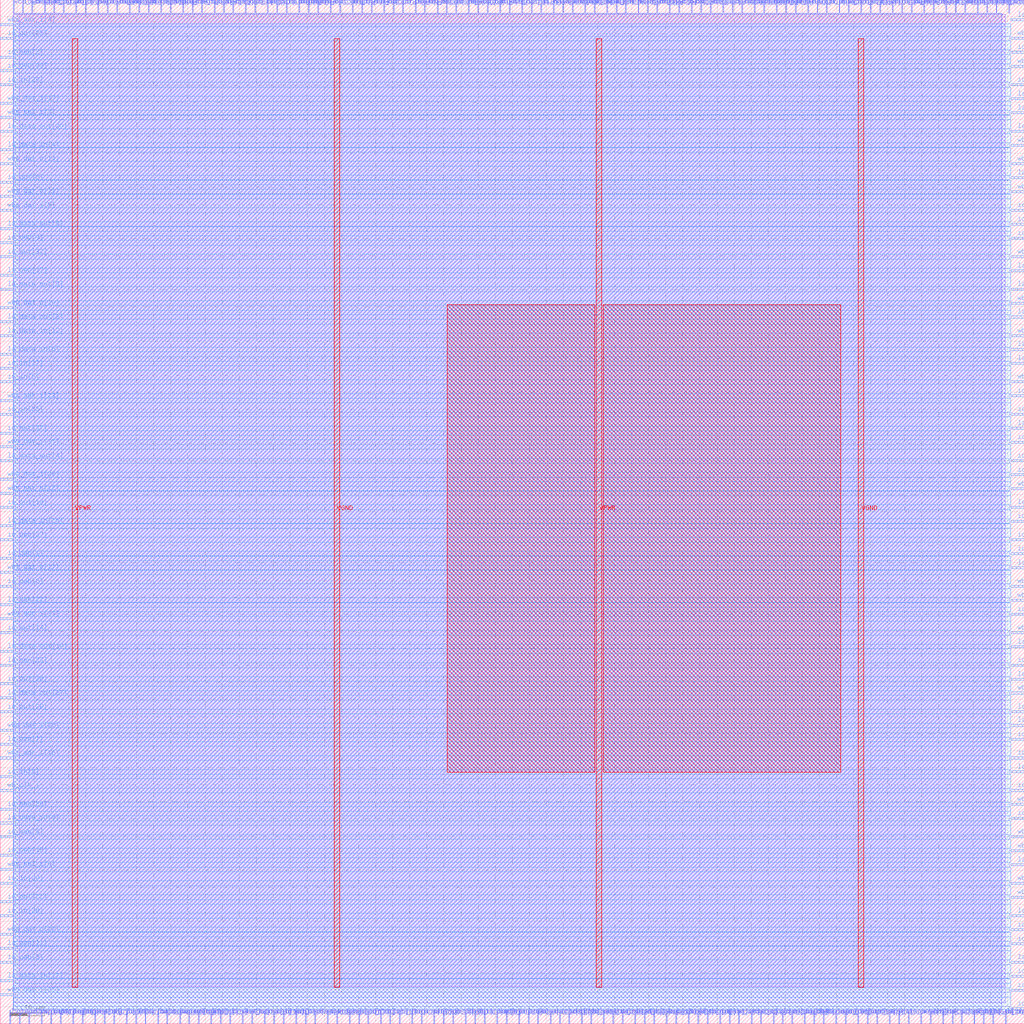
<source format=lef>
VERSION 5.7 ;
  NOWIREEXTENSIONATPIN ON ;
  DIVIDERCHAR "/" ;
  BUSBITCHARS "[]" ;
MACRO mike_project
  CLASS BLOCK ;
  FOREIGN mike_project ;
  ORIGIN 0.000 0.000 ;
  SIZE 300.000 BY 300.000 ;
  PIN active
    DIRECTION INPUT ;
    USE SIGNAL ;
    PORT
      LAYER met2 ;
        RECT 154.650 0.000 154.930 4.000 ;
    END
  END active
  PIN io_in[0]
    DIRECTION INPUT ;
    USE SIGNAL ;
    PORT
      LAYER met2 ;
        RECT 90.250 296.000 90.530 300.000 ;
    END
  END io_in[0]
  PIN io_in[10]
    DIRECTION INPUT ;
    USE SIGNAL ;
    PORT
      LAYER met2 ;
        RECT 231.930 0.000 232.210 4.000 ;
    END
  END io_in[10]
  PIN io_in[11]
    DIRECTION INPUT ;
    USE SIGNAL ;
    PORT
      LAYER met3 ;
        RECT 296.000 178.200 300.000 178.800 ;
    END
  END io_in[11]
  PIN io_in[12]
    DIRECTION INPUT ;
    USE SIGNAL ;
    PORT
      LAYER met2 ;
        RECT 294.490 0.000 294.770 4.000 ;
    END
  END io_in[12]
  PIN io_in[13]
    DIRECTION INPUT ;
    USE SIGNAL ;
    PORT
      LAYER met2 ;
        RECT 232.850 296.000 233.130 300.000 ;
    END
  END io_in[13]
  PIN io_in[14]
    DIRECTION INPUT ;
    USE SIGNAL ;
    PORT
      LAYER met2 ;
        RECT 99.450 296.000 99.730 300.000 ;
    END
  END io_in[14]
  PIN io_in[15]
    DIRECTION INPUT ;
    USE SIGNAL ;
    PORT
      LAYER met2 ;
        RECT 114.170 0.000 114.450 4.000 ;
    END
  END io_in[15]
  PIN io_in[16]
    DIRECTION INPUT ;
    USE SIGNAL ;
    PORT
      LAYER met2 ;
        RECT 83.810 296.000 84.090 300.000 ;
    END
  END io_in[16]
  PIN io_in[17]
    DIRECTION INPUT ;
    USE SIGNAL ;
    PORT
      LAYER met2 ;
        RECT 295.410 296.000 295.690 300.000 ;
    END
  END io_in[17]
  PIN io_in[18]
    DIRECTION INPUT ;
    USE SIGNAL ;
    PORT
      LAYER met2 ;
        RECT 137.170 296.000 137.450 300.000 ;
    END
  END io_in[18]
  PIN io_in[19]
    DIRECTION INPUT ;
    USE SIGNAL ;
    PORT
      LAYER met2 ;
        RECT 152.810 296.000 153.090 300.000 ;
    END
  END io_in[19]
  PIN io_in[1]
    DIRECTION INPUT ;
    USE SIGNAL ;
    PORT
      LAYER met2 ;
        RECT 39.650 0.000 39.930 4.000 ;
    END
  END io_in[1]
  PIN io_in[20]
    DIRECTION INPUT ;
    USE SIGNAL ;
    PORT
      LAYER met3 ;
        RECT 0.000 274.760 4.000 275.360 ;
    END
  END io_in[20]
  PIN io_in[21]
    DIRECTION INPUT ;
    USE SIGNAL ;
    PORT
      LAYER met2 ;
        RECT 104.970 0.000 105.250 4.000 ;
    END
  END io_in[21]
  PIN io_in[22]
    DIRECTION INPUT ;
    USE SIGNAL ;
    PORT
      LAYER met2 ;
        RECT 142.690 296.000 142.970 300.000 ;
    END
  END io_in[22]
  PIN io_in[23]
    DIRECTION INPUT ;
    USE SIGNAL ;
    PORT
      LAYER met2 ;
        RECT 252.170 296.000 252.450 300.000 ;
    END
  END io_in[23]
  PIN io_in[24]
    DIRECTION INPUT ;
    USE SIGNAL ;
    PORT
      LAYER met2 ;
        RECT 148.210 0.000 148.490 4.000 ;
    END
  END io_in[24]
  PIN io_in[25]
    DIRECTION INPUT ;
    USE SIGNAL ;
    PORT
      LAYER met2 ;
        RECT 61.730 0.000 62.010 4.000 ;
    END
  END io_in[25]
  PIN io_in[26]
    DIRECTION INPUT ;
    USE SIGNAL ;
    PORT
      LAYER met2 ;
        RECT 80.130 0.000 80.410 4.000 ;
    END
  END io_in[26]
  PIN io_in[27]
    DIRECTION INPUT ;
    USE SIGNAL ;
    PORT
      LAYER met3 ;
        RECT 0.000 191.800 4.000 192.400 ;
    END
  END io_in[27]
  PIN io_in[28]
    DIRECTION INPUT ;
    USE SIGNAL ;
    PORT
      LAYER met2 ;
        RECT 123.370 0.000 123.650 4.000 ;
    END
  END io_in[28]
  PIN io_in[29]
    DIRECTION INPUT ;
    USE SIGNAL ;
    PORT
      LAYER met3 ;
        RECT 0.000 40.840 4.000 41.440 ;
    END
  END io_in[29]
  PIN io_in[2]
    DIRECTION INPUT ;
    USE SIGNAL ;
    PORT
      LAYER met3 ;
        RECT 296.000 284.280 300.000 284.880 ;
    END
  END io_in[2]
  PIN io_in[30]
    DIRECTION INPUT ;
    USE SIGNAL ;
    PORT
      LAYER met2 ;
        RECT 121.530 296.000 121.810 300.000 ;
    END
  END io_in[30]
  PIN io_in[31]
    DIRECTION INPUT ;
    USE SIGNAL ;
    PORT
      LAYER met2 ;
        RECT 17.570 0.000 17.850 4.000 ;
    END
  END io_in[31]
  PIN io_in[32]
    DIRECTION INPUT ;
    USE SIGNAL ;
    PORT
      LAYER met2 ;
        RECT 261.370 296.000 261.650 300.000 ;
    END
  END io_in[32]
  PIN io_in[33]
    DIRECTION INPUT ;
    USE SIGNAL ;
    PORT
      LAYER met2 ;
        RECT 103.130 296.000 103.410 300.000 ;
    END
  END io_in[33]
  PIN io_in[34]
    DIRECTION INPUT ;
    USE SIGNAL ;
    PORT
      LAYER met2 ;
        RECT 256.770 0.000 257.050 4.000 ;
    END
  END io_in[34]
  PIN io_in[35]
    DIRECTION INPUT ;
    USE SIGNAL ;
    PORT
      LAYER met3 ;
        RECT 0.000 178.200 4.000 178.800 ;
    END
  END io_in[35]
  PIN io_in[36]
    DIRECTION INPUT ;
    USE SIGNAL ;
    PORT
      LAYER met3 ;
        RECT 0.000 31.320 4.000 31.920 ;
    END
  END io_in[36]
  PIN io_in[37]
    DIRECTION INPUT ;
    USE SIGNAL ;
    PORT
      LAYER met2 ;
        RECT 18.490 296.000 18.770 300.000 ;
    END
  END io_in[37]
  PIN io_in[3]
    DIRECTION INPUT ;
    USE SIGNAL ;
    PORT
      LAYER met2 ;
        RECT 207.090 0.000 207.370 4.000 ;
    END
  END io_in[3]
  PIN io_in[4]
    DIRECTION INPUT ;
    USE SIGNAL ;
    PORT
      LAYER met2 ;
        RECT 82.890 0.000 83.170 4.000 ;
    END
  END io_in[4]
  PIN io_in[5]
    DIRECTION INPUT ;
    USE SIGNAL ;
    PORT
      LAYER met3 ;
        RECT 0.000 72.120 4.000 72.720 ;
    END
  END io_in[5]
  PIN io_in[6]
    DIRECTION INPUT ;
    USE SIGNAL ;
    PORT
      LAYER met3 ;
        RECT 0.000 187.720 4.000 188.320 ;
    END
  END io_in[6]
  PIN io_in[7]
    DIRECTION INPUT ;
    USE SIGNAL ;
    PORT
      LAYER met3 ;
        RECT 296.000 146.920 300.000 147.520 ;
    END
  END io_in[7]
  PIN io_in[8]
    DIRECTION INPUT ;
    USE SIGNAL ;
    PORT
      LAYER met2 ;
        RECT 115.090 296.000 115.370 300.000 ;
    END
  END io_in[8]
  PIN io_in[9]
    DIRECTION INPUT ;
    USE SIGNAL ;
    PORT
      LAYER met2 ;
        RECT 22.170 296.000 22.450 300.000 ;
    END
  END io_in[9]
  PIN io_oeb[0]
    DIRECTION OUTPUT TRISTATE ;
    USE SIGNAL ;
    PORT
      LAYER met3 ;
        RECT 0.000 127.880 4.000 128.480 ;
    END
  END io_oeb[0]
  PIN io_oeb[10]
    DIRECTION OUTPUT TRISTATE ;
    USE SIGNAL ;
    PORT
      LAYER met2 ;
        RECT 65.410 296.000 65.690 300.000 ;
    END
  END io_oeb[10]
  PIN io_oeb[11]
    DIRECTION OUTPUT TRISTATE ;
    USE SIGNAL ;
    PORT
      LAYER met3 ;
        RECT 296.000 238.040 300.000 238.640 ;
    END
  END io_oeb[11]
  PIN io_oeb[12]
    DIRECTION OUTPUT TRISTATE ;
    USE SIGNAL ;
    PORT
      LAYER met3 ;
        RECT 296.000 104.760 300.000 105.360 ;
    END
  END io_oeb[12]
  PIN io_oeb[13]
    DIRECTION OUTPUT TRISTATE ;
    USE SIGNAL ;
    PORT
      LAYER met2 ;
        RECT 102.210 0.000 102.490 4.000 ;
    END
  END io_oeb[13]
  PIN io_oeb[14]
    DIRECTION OUTPUT TRISTATE ;
    USE SIGNAL ;
    PORT
      LAYER met2 ;
        RECT 205.250 296.000 205.530 300.000 ;
    END
  END io_oeb[14]
  PIN io_oeb[15]
    DIRECTION OUTPUT TRISTATE ;
    USE SIGNAL ;
    PORT
      LAYER met3 ;
        RECT 0.000 49.000 4.000 49.600 ;
    END
  END io_oeb[15]
  PIN io_oeb[16]
    DIRECTION OUTPUT TRISTATE ;
    USE SIGNAL ;
    PORT
      LAYER met2 ;
        RECT 71.850 296.000 72.130 300.000 ;
    END
  END io_oeb[16]
  PIN io_oeb[17]
    DIRECTION OUTPUT TRISTATE ;
    USE SIGNAL ;
    PORT
      LAYER met3 ;
        RECT 296.000 160.520 300.000 161.120 ;
    END
  END io_oeb[17]
  PIN io_oeb[18]
    DIRECTION OUTPUT TRISTATE ;
    USE SIGNAL ;
    PORT
      LAYER met2 ;
        RECT 77.370 0.000 77.650 4.000 ;
    END
  END io_oeb[18]
  PIN io_oeb[19]
    DIRECTION OUTPUT TRISTATE ;
    USE SIGNAL ;
    PORT
      LAYER met2 ;
        RECT 247.570 0.000 247.850 4.000 ;
    END
  END io_oeb[19]
  PIN io_oeb[1]
    DIRECTION OUTPUT TRISTATE ;
    USE SIGNAL ;
    PORT
      LAYER met3 ;
        RECT 0.000 136.040 4.000 136.640 ;
    END
  END io_oeb[1]
  PIN io_oeb[20]
    DIRECTION OUTPUT TRISTATE ;
    USE SIGNAL ;
    PORT
      LAYER met3 ;
        RECT 296.000 83.000 300.000 83.600 ;
    END
  END io_oeb[20]
  PIN io_oeb[21]
    DIRECTION OUTPUT TRISTATE ;
    USE SIGNAL ;
    PORT
      LAYER met2 ;
        RECT 74.610 296.000 74.890 300.000 ;
    END
  END io_oeb[21]
  PIN io_oeb[22]
    DIRECTION OUTPUT TRISTATE ;
    USE SIGNAL ;
    PORT
      LAYER met3 ;
        RECT 0.000 278.840 4.000 279.440 ;
    END
  END io_oeb[22]
  PIN io_oeb[23]
    DIRECTION OUTPUT TRISTATE ;
    USE SIGNAL ;
    PORT
      LAYER met2 ;
        RECT 129.810 0.000 130.090 4.000 ;
    END
  END io_oeb[23]
  PIN io_oeb[24]
    DIRECTION OUTPUT TRISTATE ;
    USE SIGNAL ;
    PORT
      LAYER met3 ;
        RECT 296.000 183.640 300.000 184.240 ;
    END
  END io_oeb[24]
  PIN io_oeb[25]
    DIRECTION OUTPUT TRISTATE ;
    USE SIGNAL ;
    PORT
      LAYER met3 ;
        RECT 296.000 59.880 300.000 60.480 ;
    END
  END io_oeb[25]
  PIN io_oeb[26]
    DIRECTION OUTPUT TRISTATE ;
    USE SIGNAL ;
    PORT
      LAYER met3 ;
        RECT 0.000 62.600 4.000 63.200 ;
    END
  END io_oeb[26]
  PIN io_oeb[27]
    DIRECTION OUTPUT TRISTATE ;
    USE SIGNAL ;
    PORT
      LAYER met2 ;
        RECT 117.850 296.000 118.130 300.000 ;
    END
  END io_oeb[27]
  PIN io_oeb[28]
    DIRECTION OUTPUT TRISTATE ;
    USE SIGNAL ;
    PORT
      LAYER met2 ;
        RECT 288.970 296.000 289.250 300.000 ;
    END
  END io_oeb[28]
  PIN io_oeb[29]
    DIRECTION OUTPUT TRISTATE ;
    USE SIGNAL ;
    PORT
      LAYER met3 ;
        RECT 296.000 141.480 300.000 142.080 ;
    END
  END io_oeb[29]
  PIN io_oeb[2]
    DIRECTION OUTPUT TRISTATE ;
    USE SIGNAL ;
    PORT
      LAYER met3 ;
        RECT 0.000 282.920 4.000 283.520 ;
    END
  END io_oeb[2]
  PIN io_oeb[30]
    DIRECTION OUTPUT TRISTATE ;
    USE SIGNAL ;
    PORT
      LAYER met3 ;
        RECT 296.000 13.640 300.000 14.240 ;
    END
  END io_oeb[30]
  PIN io_oeb[31]
    DIRECTION OUTPUT TRISTATE ;
    USE SIGNAL ;
    PORT
      LAYER met3 ;
        RECT 296.000 77.560 300.000 78.160 ;
    END
  END io_oeb[31]
  PIN io_oeb[32]
    DIRECTION OUTPUT TRISTATE ;
    USE SIGNAL ;
    PORT
      LAYER met2 ;
        RECT 133.490 296.000 133.770 300.000 ;
    END
  END io_oeb[32]
  PIN io_oeb[33]
    DIRECTION OUTPUT TRISTATE ;
    USE SIGNAL ;
    PORT
      LAYER met2 ;
        RECT 86.570 0.000 86.850 4.000 ;
    END
  END io_oeb[33]
  PIN io_oeb[34]
    DIRECTION OUTPUT TRISTATE ;
    USE SIGNAL ;
    PORT
      LAYER met3 ;
        RECT 296.000 4.120 300.000 4.720 ;
    END
  END io_oeb[34]
  PIN io_oeb[35]
    DIRECTION OUTPUT TRISTATE ;
    USE SIGNAL ;
    PORT
      LAYER met2 ;
        RECT 163.850 0.000 164.130 4.000 ;
    END
  END io_oeb[35]
  PIN io_oeb[36]
    DIRECTION OUTPUT TRISTATE ;
    USE SIGNAL ;
    PORT
      LAYER met2 ;
        RECT 6.530 296.000 6.810 300.000 ;
    END
  END io_oeb[36]
  PIN io_oeb[37]
    DIRECTION OUTPUT TRISTATE ;
    USE SIGNAL ;
    PORT
      LAYER met3 ;
        RECT 0.000 141.480 4.000 142.080 ;
    END
  END io_oeb[37]
  PIN io_oeb[3]
    DIRECTION OUTPUT TRISTATE ;
    USE SIGNAL ;
    PORT
      LAYER met3 ;
        RECT 0.000 17.720 4.000 18.320 ;
    END
  END io_oeb[3]
  PIN io_oeb[4]
    DIRECTION OUTPUT TRISTATE ;
    USE SIGNAL ;
    PORT
      LAYER met3 ;
        RECT 296.000 274.760 300.000 275.360 ;
    END
  END io_oeb[4]
  PIN io_oeb[5]
    DIRECTION OUTPUT TRISTATE ;
    USE SIGNAL ;
    PORT
      LAYER met3 ;
        RECT 0.000 54.440 4.000 55.040 ;
    END
  END io_oeb[5]
  PIN io_oeb[6]
    DIRECTION OUTPUT TRISTATE ;
    USE SIGNAL ;
    PORT
      LAYER met2 ;
        RECT 265.970 0.000 266.250 4.000 ;
    END
  END io_oeb[6]
  PIN io_oeb[7]
    DIRECTION OUTPUT TRISTATE ;
    USE SIGNAL ;
    PORT
      LAYER met2 ;
        RECT 43.330 296.000 43.610 300.000 ;
    END
  END io_oeb[7]
  PIN io_oeb[8]
    DIRECTION OUTPUT TRISTATE ;
    USE SIGNAL ;
    PORT
      LAYER met2 ;
        RECT 111.410 0.000 111.690 4.000 ;
    END
  END io_oeb[8]
  PIN io_oeb[9]
    DIRECTION OUTPUT TRISTATE ;
    USE SIGNAL ;
    PORT
      LAYER met3 ;
        RECT 0.000 228.520 4.000 229.120 ;
    END
  END io_oeb[9]
  PIN io_out[0]
    DIRECTION OUTPUT TRISTATE ;
    USE SIGNAL ;
    PORT
      LAYER met3 ;
        RECT 0.000 246.200 4.000 246.800 ;
    END
  END io_out[0]
  PIN io_out[10]
    DIRECTION OUTPUT TRISTATE ;
    USE SIGNAL ;
    PORT
      LAYER met2 ;
        RECT 139.010 0.000 139.290 4.000 ;
    END
  END io_out[10]
  PIN io_out[11]
    DIRECTION OUTPUT TRISTATE ;
    USE SIGNAL ;
    PORT
      LAYER met3 ;
        RECT 296.000 137.400 300.000 138.000 ;
    END
  END io_out[11]
  PIN io_out[12]
    DIRECTION OUTPUT TRISTATE ;
    USE SIGNAL ;
    PORT
      LAYER met3 ;
        RECT 296.000 164.600 300.000 165.200 ;
    END
  END io_out[12]
  PIN io_out[13]
    DIRECTION OUTPUT TRISTATE ;
    USE SIGNAL ;
    PORT
      LAYER met2 ;
        RECT 31.370 296.000 31.650 300.000 ;
    END
  END io_out[13]
  PIN io_out[14]
    DIRECTION OUTPUT TRISTATE ;
    USE SIGNAL ;
    PORT
      LAYER met3 ;
        RECT 0.000 114.280 4.000 114.880 ;
    END
  END io_out[14]
  PIN io_out[15]
    DIRECTION OUTPUT TRISTATE ;
    USE SIGNAL ;
    PORT
      LAYER met2 ;
        RECT 239.290 296.000 239.570 300.000 ;
    END
  END io_out[15]
  PIN io_out[16]
    DIRECTION OUTPUT TRISTATE ;
    USE SIGNAL ;
    PORT
      LAYER met2 ;
        RECT 8.370 0.000 8.650 4.000 ;
    END
  END io_out[16]
  PIN io_out[17]
    DIRECTION OUTPUT TRISTATE ;
    USE SIGNAL ;
    PORT
      LAYER met2 ;
        RECT 55.290 0.000 55.570 4.000 ;
    END
  END io_out[17]
  PIN io_out[18]
    DIRECTION OUTPUT TRISTATE ;
    USE SIGNAL ;
    PORT
      LAYER met3 ;
        RECT 0.000 151.000 4.000 151.600 ;
    END
  END io_out[18]
  PIN io_out[19]
    DIRECTION OUTPUT TRISTATE ;
    USE SIGNAL ;
    PORT
      LAYER met2 ;
        RECT 49.770 296.000 50.050 300.000 ;
    END
  END io_out[19]
  PIN io_out[1]
    DIRECTION OUTPUT TRISTATE ;
    USE SIGNAL ;
    PORT
      LAYER met3 ;
        RECT 296.000 27.240 300.000 27.840 ;
    END
  END io_out[1]
  PIN io_out[20]
    DIRECTION OUTPUT TRISTATE ;
    USE SIGNAL ;
    PORT
      LAYER met2 ;
        RECT 64.490 0.000 64.770 4.000 ;
    END
  END io_out[20]
  PIN io_out[21]
    DIRECTION OUTPUT TRISTATE ;
    USE SIGNAL ;
    PORT
      LAYER met2 ;
        RECT 132.570 0.000 132.850 4.000 ;
    END
  END io_out[21]
  PIN io_out[22]
    DIRECTION OUTPUT TRISTATE ;
    USE SIGNAL ;
    PORT
      LAYER met3 ;
        RECT 296.000 233.960 300.000 234.560 ;
    END
  END io_out[22]
  PIN io_out[23]
    DIRECTION OUTPUT TRISTATE ;
    USE SIGNAL ;
    PORT
      LAYER met3 ;
        RECT 0.000 288.360 4.000 288.960 ;
    END
  END io_out[23]
  PIN io_out[24]
    DIRECTION OUTPUT TRISTATE ;
    USE SIGNAL ;
    PORT
      LAYER met3 ;
        RECT 296.000 170.040 300.000 170.640 ;
    END
  END io_out[24]
  PIN io_out[25]
    DIRECTION OUTPUT TRISTATE ;
    USE SIGNAL ;
    PORT
      LAYER met2 ;
        RECT 107.730 0.000 108.010 4.000 ;
    END
  END io_out[25]
  PIN io_out[26]
    DIRECTION OUTPUT TRISTATE ;
    USE SIGNAL ;
    PORT
      LAYER met2 ;
        RECT 210.770 0.000 211.050 4.000 ;
    END
  END io_out[26]
  PIN io_out[27]
    DIRECTION OUTPUT TRISTATE ;
    USE SIGNAL ;
    PORT
      LAYER met2 ;
        RECT 120.610 0.000 120.890 4.000 ;
    END
  END io_out[27]
  PIN io_out[28]
    DIRECTION OUTPUT TRISTATE ;
    USE SIGNAL ;
    PORT
      LAYER met2 ;
        RECT 58.050 0.000 58.330 4.000 ;
    END
  END io_out[28]
  PIN io_out[29]
    DIRECTION OUTPUT TRISTATE ;
    USE SIGNAL ;
    PORT
      LAYER met3 ;
        RECT 0.000 91.160 4.000 91.760 ;
    END
  END io_out[29]
  PIN io_out[2]
    DIRECTION OUTPUT TRISTATE ;
    USE SIGNAL ;
    PORT
      LAYER met2 ;
        RECT 189.610 296.000 189.890 300.000 ;
    END
  END io_out[2]
  PIN io_out[30]
    DIRECTION OUTPUT TRISTATE ;
    USE SIGNAL ;
    PORT
      LAYER met2 ;
        RECT 173.970 296.000 174.250 300.000 ;
    END
  END io_out[30]
  PIN io_out[31]
    DIRECTION OUTPUT TRISTATE ;
    USE SIGNAL ;
    PORT
      LAYER met2 ;
        RECT 251.250 0.000 251.530 4.000 ;
    END
  END io_out[31]
  PIN io_out[32]
    DIRECTION OUTPUT TRISTATE ;
    USE SIGNAL ;
    PORT
      LAYER met3 ;
        RECT 0.000 224.440 4.000 225.040 ;
    END
  END io_out[32]
  PIN io_out[33]
    DIRECTION OUTPUT TRISTATE ;
    USE SIGNAL ;
    PORT
      LAYER met3 ;
        RECT 0.000 35.400 4.000 36.000 ;
    END
  END io_out[33]
  PIN io_out[34]
    DIRECTION OUTPUT TRISTATE ;
    USE SIGNAL ;
    PORT
      LAYER met2 ;
        RECT 155.570 296.000 155.850 300.000 ;
    END
  END io_out[34]
  PIN io_out[35]
    DIRECTION OUTPUT TRISTATE ;
    USE SIGNAL ;
    PORT
      LAYER met3 ;
        RECT 296.000 229.880 300.000 230.480 ;
    END
  END io_out[35]
  PIN io_out[36]
    DIRECTION OUTPUT TRISTATE ;
    USE SIGNAL ;
    PORT
      LAYER met3 ;
        RECT 0.000 99.320 4.000 99.920 ;
    END
  END io_out[36]
  PIN io_out[37]
    DIRECTION OUTPUT TRISTATE ;
    USE SIGNAL ;
    PORT
      LAYER met3 ;
        RECT 0.000 172.760 4.000 173.360 ;
    END
  END io_out[37]
  PIN io_out[3]
    DIRECTION OUTPUT TRISTATE ;
    USE SIGNAL ;
    PORT
      LAYER met2 ;
        RECT 105.890 296.000 106.170 300.000 ;
    END
  END io_out[3]
  PIN io_out[4]
    DIRECTION OUTPUT TRISTATE ;
    USE SIGNAL ;
    PORT
      LAYER met3 ;
        RECT 296.000 68.040 300.000 68.640 ;
    END
  END io_out[4]
  PIN io_out[5]
    DIRECTION OUTPUT TRISTATE ;
    USE SIGNAL ;
    PORT
      LAYER met3 ;
        RECT 296.000 119.720 300.000 120.320 ;
    END
  END io_out[5]
  PIN io_out[6]
    DIRECTION OUTPUT TRISTATE ;
    USE SIGNAL ;
    PORT
      LAYER met2 ;
        RECT 141.770 0.000 142.050 4.000 ;
    END
  END io_out[6]
  PIN io_out[7]
    DIRECTION OUTPUT TRISTATE ;
    USE SIGNAL ;
    PORT
      LAYER met3 ;
        RECT 296.000 23.160 300.000 23.760 ;
    END
  END io_out[7]
  PIN io_out[8]
    DIRECTION OUTPUT TRISTATE ;
    USE SIGNAL ;
    PORT
      LAYER met3 ;
        RECT 296.000 9.560 300.000 10.160 ;
    END
  END io_out[8]
  PIN io_out[9]
    DIRECTION OUTPUT TRISTATE ;
    USE SIGNAL ;
    PORT
      LAYER met2 ;
        RECT 269.650 0.000 269.930 4.000 ;
    END
  END io_out[9]
  PIN la_data_in[0]
    DIRECTION INPUT ;
    USE SIGNAL ;
    PORT
      LAYER met2 ;
        RECT 183.170 296.000 183.450 300.000 ;
    END
  END la_data_in[0]
  PIN la_data_in[10]
    DIRECTION INPUT ;
    USE SIGNAL ;
    PORT
      LAYER met2 ;
        RECT 242.050 296.000 242.330 300.000 ;
    END
  END la_data_in[10]
  PIN la_data_in[11]
    DIRECTION INPUT ;
    USE SIGNAL ;
    PORT
      LAYER met2 ;
        RECT 5.610 0.000 5.890 4.000 ;
    END
  END la_data_in[11]
  PIN la_data_in[12]
    DIRECTION INPUT ;
    USE SIGNAL ;
    PORT
      LAYER met3 ;
        RECT 0.000 201.320 4.000 201.920 ;
    END
  END la_data_in[12]
  PIN la_data_in[13]
    DIRECTION INPUT ;
    USE SIGNAL ;
    PORT
      LAYER met2 ;
        RECT 238.370 0.000 238.650 4.000 ;
    END
  END la_data_in[13]
  PIN la_data_in[14]
    DIRECTION INPUT ;
    USE SIGNAL ;
    PORT
      LAYER met3 ;
        RECT 296.000 206.760 300.000 207.360 ;
    END
  END la_data_in[14]
  PIN la_data_in[15]
    DIRECTION INPUT ;
    USE SIGNAL ;
    PORT
      LAYER met2 ;
        RECT 264.130 296.000 264.410 300.000 ;
    END
  END la_data_in[15]
  PIN la_data_in[16]
    DIRECTION INPUT ;
    USE SIGNAL ;
    PORT
      LAYER met2 ;
        RECT 130.730 296.000 131.010 300.000 ;
    END
  END la_data_in[16]
  PIN la_data_in[17]
    DIRECTION INPUT ;
    USE SIGNAL ;
    PORT
      LAYER met3 ;
        RECT 0.000 12.280 4.000 12.880 ;
    END
  END la_data_in[17]
  PIN la_data_in[18]
    DIRECTION INPUT ;
    USE SIGNAL ;
    PORT
      LAYER met2 ;
        RECT 226.410 0.000 226.690 4.000 ;
    END
  END la_data_in[18]
  PIN la_data_in[19]
    DIRECTION INPUT ;
    USE SIGNAL ;
    PORT
      LAYER met2 ;
        RECT 201.570 0.000 201.850 4.000 ;
    END
  END la_data_in[19]
  PIN la_data_in[1]
    DIRECTION INPUT ;
    USE SIGNAL ;
    PORT
      LAYER met2 ;
        RECT 12.050 0.000 12.330 4.000 ;
    END
  END la_data_in[1]
  PIN la_data_in[20]
    DIRECTION INPUT ;
    USE SIGNAL ;
    PORT
      LAYER met3 ;
        RECT 296.000 46.280 300.000 46.880 ;
    END
  END la_data_in[20]
  PIN la_data_in[21]
    DIRECTION INPUT ;
    USE SIGNAL ;
    PORT
      LAYER met3 ;
        RECT 296.000 247.560 300.000 248.160 ;
    END
  END la_data_in[21]
  PIN la_data_in[22]
    DIRECTION INPUT ;
    USE SIGNAL ;
    PORT
      LAYER met3 ;
        RECT 296.000 293.800 300.000 294.400 ;
    END
  END la_data_in[22]
  PIN la_data_in[23]
    DIRECTION INPUT ;
    USE SIGNAL ;
    PORT
      LAYER met2 ;
        RECT 290.810 0.000 291.090 4.000 ;
    END
  END la_data_in[23]
  PIN la_data_in[24]
    DIRECTION INPUT ;
    USE SIGNAL ;
    PORT
      LAYER met2 ;
        RECT 28.610 296.000 28.890 300.000 ;
    END
  END la_data_in[24]
  PIN la_data_in[25]
    DIRECTION INPUT ;
    USE SIGNAL ;
    PORT
      LAYER met2 ;
        RECT 89.330 0.000 89.610 4.000 ;
    END
  END la_data_in[25]
  PIN la_data_in[26]
    DIRECTION INPUT ;
    USE SIGNAL ;
    PORT
      LAYER met2 ;
        RECT 185.930 0.000 186.210 4.000 ;
    END
  END la_data_in[26]
  PIN la_data_in[27]
    DIRECTION INPUT ;
    USE SIGNAL ;
    PORT
      LAYER met3 ;
        RECT 296.000 91.160 300.000 91.760 ;
    END
  END la_data_in[27]
  PIN la_data_in[28]
    DIRECTION INPUT ;
    USE SIGNAL ;
    PORT
      LAYER met2 ;
        RECT 36.890 0.000 37.170 4.000 ;
    END
  END la_data_in[28]
  PIN la_data_in[29]
    DIRECTION INPUT ;
    USE SIGNAL ;
    PORT
      LAYER met3 ;
        RECT 296.000 261.160 300.000 261.760 ;
    END
  END la_data_in[29]
  PIN la_data_in[2]
    DIRECTION INPUT ;
    USE SIGNAL ;
    PORT
      LAYER met2 ;
        RECT 220.890 296.000 221.170 300.000 ;
    END
  END la_data_in[2]
  PIN la_data_in[30]
    DIRECTION INPUT ;
    USE SIGNAL ;
    PORT
      LAYER met3 ;
        RECT 0.000 145.560 4.000 146.160 ;
    END
  END la_data_in[30]
  PIN la_data_in[31]
    DIRECTION INPUT ;
    USE SIGNAL ;
    PORT
      LAYER met2 ;
        RECT 24.930 296.000 25.210 300.000 ;
    END
  END la_data_in[31]
  PIN la_data_in[3]
    DIRECTION INPUT ;
    USE SIGNAL ;
    PORT
      LAYER met2 ;
        RECT 81.050 296.000 81.330 300.000 ;
    END
  END la_data_in[3]
  PIN la_data_in[4]
    DIRECTION INPUT ;
    USE SIGNAL ;
    PORT
      LAYER met3 ;
        RECT 0.000 255.720 4.000 256.320 ;
    END
  END la_data_in[4]
  PIN la_data_in[5]
    DIRECTION INPUT ;
    USE SIGNAL ;
    PORT
      LAYER met2 ;
        RECT 257.690 296.000 257.970 300.000 ;
    END
  END la_data_in[5]
  PIN la_data_in[6]
    DIRECTION INPUT ;
    USE SIGNAL ;
    PORT
      LAYER met3 ;
        RECT 0.000 195.880 4.000 196.480 ;
    END
  END la_data_in[6]
  PIN la_data_in[7]
    DIRECTION INPUT ;
    USE SIGNAL ;
    PORT
      LAYER met2 ;
        RECT 235.610 0.000 235.890 4.000 ;
    END
  END la_data_in[7]
  PIN la_data_in[8]
    DIRECTION INPUT ;
    USE SIGNAL ;
    PORT
      LAYER met3 ;
        RECT 0.000 58.520 4.000 59.120 ;
    END
  END la_data_in[8]
  PIN la_data_in[9]
    DIRECTION INPUT ;
    USE SIGNAL ;
    PORT
      LAYER met2 ;
        RECT 145.450 0.000 145.730 4.000 ;
    END
  END la_data_in[9]
  PIN la_data_out[0]
    DIRECTION OUTPUT TRISTATE ;
    USE SIGNAL ;
    PORT
      LAYER met2 ;
        RECT 136.250 0.000 136.530 4.000 ;
    END
  END la_data_out[0]
  PIN la_data_out[10]
    DIRECTION OUTPUT TRISTATE ;
    USE SIGNAL ;
    PORT
      LAYER met2 ;
        RECT 244.810 0.000 245.090 4.000 ;
    END
  END la_data_out[10]
  PIN la_data_out[11]
    DIRECTION OUTPUT TRISTATE ;
    USE SIGNAL ;
    PORT
      LAYER met2 ;
        RECT 211.690 296.000 211.970 300.000 ;
    END
  END la_data_out[11]
  PIN la_data_out[12]
    DIRECTION OUTPUT TRISTATE ;
    USE SIGNAL ;
    PORT
      LAYER met2 ;
        RECT 42.410 0.000 42.690 4.000 ;
    END
  END la_data_out[12]
  PIN la_data_out[13]
    DIRECTION OUTPUT TRISTATE ;
    USE SIGNAL ;
    PORT
      LAYER met2 ;
        RECT 214.450 296.000 214.730 300.000 ;
    END
  END la_data_out[13]
  PIN la_data_out[14]
    DIRECTION OUTPUT TRISTATE ;
    USE SIGNAL ;
    PORT
      LAYER met2 ;
        RECT 286.210 296.000 286.490 300.000 ;
    END
  END la_data_out[14]
  PIN la_data_out[15]
    DIRECTION OUTPUT TRISTATE ;
    USE SIGNAL ;
    PORT
      LAYER met3 ;
        RECT 296.000 193.160 300.000 193.760 ;
    END
  END la_data_out[15]
  PIN la_data_out[16]
    DIRECTION OUTPUT TRISTATE ;
    USE SIGNAL ;
    PORT
      LAYER met2 ;
        RECT 158.330 296.000 158.610 300.000 ;
    END
  END la_data_out[16]
  PIN la_data_out[17]
    DIRECTION OUTPUT TRISTATE ;
    USE SIGNAL ;
    PORT
      LAYER met3 ;
        RECT 296.000 100.680 300.000 101.280 ;
    END
  END la_data_out[17]
  PIN la_data_out[18]
    DIRECTION OUTPUT TRISTATE ;
    USE SIGNAL ;
    PORT
      LAYER met2 ;
        RECT 48.850 0.000 49.130 4.000 ;
    END
  END la_data_out[18]
  PIN la_data_out[19]
    DIRECTION OUTPUT TRISTATE ;
    USE SIGNAL ;
    PORT
      LAYER met3 ;
        RECT 0.000 108.840 4.000 109.440 ;
    END
  END la_data_out[19]
  PIN la_data_out[1]
    DIRECTION OUTPUT TRISTATE ;
    USE SIGNAL ;
    PORT
      LAYER met2 ;
        RECT 40.570 296.000 40.850 300.000 ;
    END
  END la_data_out[1]
  PIN la_data_out[20]
    DIRECTION OUTPUT TRISTATE ;
    USE SIGNAL ;
    PORT
      LAYER met3 ;
        RECT 0.000 261.160 4.000 261.760 ;
    END
  END la_data_out[20]
  PIN la_data_out[21]
    DIRECTION OUTPUT TRISTATE ;
    USE SIGNAL ;
    PORT
      LAYER met2 ;
        RECT 288.050 0.000 288.330 4.000 ;
    END
  END la_data_out[21]
  PIN la_data_out[22]
    DIRECTION OUTPUT TRISTATE ;
    USE SIGNAL ;
    PORT
      LAYER met2 ;
        RECT 197.890 0.000 198.170 4.000 ;
    END
  END la_data_out[22]
  PIN la_data_out[23]
    DIRECTION OUTPUT TRISTATE ;
    USE SIGNAL ;
    PORT
      LAYER met2 ;
        RECT 162.010 296.000 162.290 300.000 ;
    END
  END la_data_out[23]
  PIN la_data_out[24]
    DIRECTION OUTPUT TRISTATE ;
    USE SIGNAL ;
    PORT
      LAYER met2 ;
        RECT 14.810 0.000 15.090 4.000 ;
    END
  END la_data_out[24]
  PIN la_data_out[25]
    DIRECTION OUTPUT TRISTATE ;
    USE SIGNAL ;
    PORT
      LAYER met3 ;
        RECT 296.000 110.200 300.000 110.800 ;
    END
  END la_data_out[25]
  PIN la_data_out[26]
    DIRECTION OUTPUT TRISTATE ;
    USE SIGNAL ;
    PORT
      LAYER met2 ;
        RECT 170.290 0.000 170.570 4.000 ;
    END
  END la_data_out[26]
  PIN la_data_out[27]
    DIRECTION OUTPUT TRISTATE ;
    USE SIGNAL ;
    PORT
      LAYER met3 ;
        RECT 0.000 95.240 4.000 95.840 ;
    END
  END la_data_out[27]
  PIN la_data_out[28]
    DIRECTION OUTPUT TRISTATE ;
    USE SIGNAL ;
    PORT
      LAYER met2 ;
        RECT 78.290 296.000 78.570 300.000 ;
    END
  END la_data_out[28]
  PIN la_data_out[29]
    DIRECTION OUTPUT TRISTATE ;
    USE SIGNAL ;
    PORT
      LAYER met2 ;
        RECT 191.450 0.000 191.730 4.000 ;
    END
  END la_data_out[29]
  PIN la_data_out[2]
    DIRECTION OUTPUT TRISTATE ;
    USE SIGNAL ;
    PORT
      LAYER met3 ;
        RECT 0.000 205.400 4.000 206.000 ;
    END
  END la_data_out[2]
  PIN la_data_out[30]
    DIRECTION OUTPUT TRISTATE ;
    USE SIGNAL ;
    PORT
      LAYER met2 ;
        RECT 116.930 0.000 117.210 4.000 ;
    END
  END la_data_out[30]
  PIN la_data_out[31]
    DIRECTION OUTPUT TRISTATE ;
    USE SIGNAL ;
    PORT
      LAYER met3 ;
        RECT 296.000 31.320 300.000 31.920 ;
    END
  END la_data_out[31]
  PIN la_data_out[3]
    DIRECTION OUTPUT TRISTATE ;
    USE SIGNAL ;
    PORT
      LAYER met2 ;
        RECT 223.650 296.000 223.930 300.000 ;
    END
  END la_data_out[3]
  PIN la_data_out[4]
    DIRECTION OUTPUT TRISTATE ;
    USE SIGNAL ;
    PORT
      LAYER met3 ;
        RECT 0.000 164.600 4.000 165.200 ;
    END
  END la_data_out[4]
  PIN la_data_out[5]
    DIRECTION OUTPUT TRISTATE ;
    USE SIGNAL ;
    PORT
      LAYER met3 ;
        RECT 0.000 232.600 4.000 233.200 ;
    END
  END la_data_out[5]
  PIN la_data_out[6]
    DIRECTION OUTPUT TRISTATE ;
    USE SIGNAL ;
    PORT
      LAYER met2 ;
        RECT 46.090 0.000 46.370 4.000 ;
    END
  END la_data_out[6]
  PIN la_data_out[7]
    DIRECTION OUTPUT TRISTATE ;
    USE SIGNAL ;
    PORT
      LAYER met2 ;
        RECT 21.250 0.000 21.530 4.000 ;
    END
  END la_data_out[7]
  PIN la_data_out[8]
    DIRECTION OUTPUT TRISTATE ;
    USE SIGNAL ;
    PORT
      LAYER met3 ;
        RECT 0.000 214.920 4.000 215.520 ;
    END
  END la_data_out[8]
  PIN la_data_out[9]
    DIRECTION OUTPUT TRISTATE ;
    USE SIGNAL ;
    PORT
      LAYER met2 ;
        RECT 279.770 296.000 280.050 300.000 ;
    END
  END la_data_out[9]
  PIN la_oen[0]
    DIRECTION INPUT ;
    USE SIGNAL ;
    PORT
      LAYER met2 ;
        RECT 196.050 296.000 196.330 300.000 ;
    END
  END la_oen[0]
  PIN la_oen[10]
    DIRECTION INPUT ;
    USE SIGNAL ;
    PORT
      LAYER met2 ;
        RECT 171.210 296.000 171.490 300.000 ;
    END
  END la_oen[10]
  PIN la_oen[11]
    DIRECTION INPUT ;
    USE SIGNAL ;
    PORT
      LAYER met3 ;
        RECT 296.000 133.320 300.000 133.920 ;
    END
  END la_oen[11]
  PIN la_oen[12]
    DIRECTION INPUT ;
    USE SIGNAL ;
    PORT
      LAYER met2 ;
        RECT 180.410 296.000 180.690 300.000 ;
    END
  END la_oen[12]
  PIN la_oen[13]
    DIRECTION INPUT ;
    USE SIGNAL ;
    PORT
      LAYER met2 ;
        RECT 173.050 0.000 173.330 4.000 ;
    END
  END la_oen[13]
  PIN la_oen[14]
    DIRECTION INPUT ;
    USE SIGNAL ;
    PORT
      LAYER met3 ;
        RECT 296.000 214.920 300.000 215.520 ;
    END
  END la_oen[14]
  PIN la_oen[15]
    DIRECTION INPUT ;
    USE SIGNAL ;
    PORT
      LAYER met3 ;
        RECT 296.000 17.720 300.000 18.320 ;
    END
  END la_oen[15]
  PIN la_oen[16]
    DIRECTION INPUT ;
    USE SIGNAL ;
    PORT
      LAYER met2 ;
        RECT 2.850 0.000 3.130 4.000 ;
    END
  END la_oen[16]
  PIN la_oen[17]
    DIRECTION INPUT ;
    USE SIGNAL ;
    PORT
      LAYER met3 ;
        RECT 0.000 219.000 4.000 219.600 ;
    END
  END la_oen[17]
  PIN la_oen[18]
    DIRECTION INPUT ;
    USE SIGNAL ;
    PORT
      LAYER met2 ;
        RECT 67.250 0.000 67.530 4.000 ;
    END
  END la_oen[18]
  PIN la_oen[19]
    DIRECTION INPUT ;
    USE SIGNAL ;
    PORT
      LAYER met2 ;
        RECT 33.210 0.000 33.490 4.000 ;
    END
  END la_oen[19]
  PIN la_oen[1]
    DIRECTION INPUT ;
    USE SIGNAL ;
    PORT
      LAYER met2 ;
        RECT 47.010 296.000 47.290 300.000 ;
    END
  END la_oen[1]
  PIN la_oen[20]
    DIRECTION INPUT ;
    USE SIGNAL ;
    PORT
      LAYER met3 ;
        RECT 296.000 73.480 300.000 74.080 ;
    END
  END la_oen[20]
  PIN la_oen[21]
    DIRECTION INPUT ;
    USE SIGNAL ;
    PORT
      LAYER met3 ;
        RECT 0.000 21.800 4.000 22.400 ;
    END
  END la_oen[21]
  PIN la_oen[22]
    DIRECTION INPUT ;
    USE SIGNAL ;
    PORT
      LAYER met3 ;
        RECT 0.000 122.440 4.000 123.040 ;
    END
  END la_oen[22]
  PIN la_oen[23]
    DIRECTION INPUT ;
    USE SIGNAL ;
    PORT
      LAYER met3 ;
        RECT 0.000 104.760 4.000 105.360 ;
    END
  END la_oen[23]
  PIN la_oen[24]
    DIRECTION INPUT ;
    USE SIGNAL ;
    PORT
      LAYER met3 ;
        RECT 296.000 266.600 300.000 267.200 ;
    END
  END la_oen[24]
  PIN la_oen[25]
    DIRECTION INPUT ;
    USE SIGNAL ;
    PORT
      LAYER met2 ;
        RECT 266.890 296.000 267.170 300.000 ;
    END
  END la_oen[25]
  PIN la_oen[26]
    DIRECTION INPUT ;
    USE SIGNAL ;
    PORT
      LAYER met3 ;
        RECT 296.000 151.000 300.000 151.600 ;
    END
  END la_oen[26]
  PIN la_oen[27]
    DIRECTION INPUT ;
    USE SIGNAL ;
    PORT
      LAYER met2 ;
        RECT 146.370 296.000 146.650 300.000 ;
    END
  END la_oen[27]
  PIN la_oen[28]
    DIRECTION INPUT ;
    USE SIGNAL ;
    PORT
      LAYER met2 ;
        RECT 24.010 0.000 24.290 4.000 ;
    END
  END la_oen[28]
  PIN la_oen[29]
    DIRECTION INPUT ;
    USE SIGNAL ;
    PORT
      LAYER met2 ;
        RECT 230.090 296.000 230.370 300.000 ;
    END
  END la_oen[29]
  PIN la_oen[2]
    DIRECTION INPUT ;
    USE SIGNAL ;
    PORT
      LAYER met3 ;
        RECT 296.000 174.120 300.000 174.720 ;
    END
  END la_oen[2]
  PIN la_oen[30]
    DIRECTION INPUT ;
    USE SIGNAL ;
    PORT
      LAYER met3 ;
        RECT 296.000 270.680 300.000 271.280 ;
    END
  END la_oen[30]
  PIN la_oen[31]
    DIRECTION INPUT ;
    USE SIGNAL ;
    PORT
      LAYER met3 ;
        RECT 296.000 197.240 300.000 197.840 ;
    END
  END la_oen[31]
  PIN la_oen[3]
    DIRECTION INPUT ;
    USE SIGNAL ;
    PORT
      LAYER met3 ;
        RECT 296.000 87.080 300.000 87.680 ;
    END
  END la_oen[3]
  PIN la_oen[4]
    DIRECTION INPUT ;
    USE SIGNAL ;
    PORT
      LAYER met2 ;
        RECT 87.490 296.000 87.770 300.000 ;
    END
  END la_oen[4]
  PIN la_oen[5]
    DIRECTION INPUT ;
    USE SIGNAL ;
    PORT
      LAYER met2 ;
        RECT 62.650 296.000 62.930 300.000 ;
    END
  END la_oen[5]
  PIN la_oen[6]
    DIRECTION INPUT ;
    USE SIGNAL ;
    PORT
      LAYER met2 ;
        RECT 53.450 296.000 53.730 300.000 ;
    END
  END la_oen[6]
  PIN la_oen[7]
    DIRECTION INPUT ;
    USE SIGNAL ;
    PORT
      LAYER met3 ;
        RECT 0.000 81.640 4.000 82.240 ;
    END
  END la_oen[7]
  PIN la_oen[8]
    DIRECTION INPUT ;
    USE SIGNAL ;
    PORT
      LAYER met2 ;
        RECT 254.010 0.000 254.290 4.000 ;
    END
  END la_oen[8]
  PIN la_oen[9]
    DIRECTION INPUT ;
    USE SIGNAL ;
    PORT
      LAYER met3 ;
        RECT 296.000 220.360 300.000 220.960 ;
    END
  END la_oen[9]
  PIN wb_clk_i
    DIRECTION INPUT ;
    USE SIGNAL ;
    PORT
      LAYER met3 ;
        RECT 0.000 68.040 4.000 68.640 ;
    END
  END wb_clk_i
  PIN wb_rst_i
    DIRECTION INPUT ;
    USE SIGNAL ;
    PORT
      LAYER met2 ;
        RECT 204.330 0.000 204.610 4.000 ;
    END
  END wb_rst_i
  PIN wbs_ack_o
    DIRECTION OUTPUT TRISTATE ;
    USE SIGNAL ;
    PORT
      LAYER met2 ;
        RECT 260.450 0.000 260.730 4.000 ;
    END
  END wbs_ack_o
  PIN wbs_adr_i[0]
    DIRECTION INPUT ;
    USE SIGNAL ;
    PORT
      LAYER met2 ;
        RECT 213.530 0.000 213.810 4.000 ;
    END
  END wbs_adr_i[0]
  PIN wbs_adr_i[10]
    DIRECTION INPUT ;
    USE SIGNAL ;
    PORT
      LAYER met2 ;
        RECT 112.330 296.000 112.610 300.000 ;
    END
  END wbs_adr_i[10]
  PIN wbs_adr_i[11]
    DIRECTION INPUT ;
    USE SIGNAL ;
    PORT
      LAYER met2 ;
        RECT 208.010 296.000 208.290 300.000 ;
    END
  END wbs_adr_i[11]
  PIN wbs_adr_i[12]
    DIRECTION INPUT ;
    USE SIGNAL ;
    PORT
      LAYER met3 ;
        RECT 296.000 257.080 300.000 257.680 ;
    END
  END wbs_adr_i[12]
  PIN wbs_adr_i[13]
    DIRECTION INPUT ;
    USE SIGNAL ;
    PORT
      LAYER met3 ;
        RECT 296.000 288.360 300.000 288.960 ;
    END
  END wbs_adr_i[13]
  PIN wbs_adr_i[14]
    DIRECTION INPUT ;
    USE SIGNAL ;
    PORT
      LAYER met2 ;
        RECT 9.290 296.000 9.570 300.000 ;
    END
  END wbs_adr_i[14]
  PIN wbs_adr_i[15]
    DIRECTION INPUT ;
    USE SIGNAL ;
    PORT
      LAYER met3 ;
        RECT 296.000 210.840 300.000 211.440 ;
    END
  END wbs_adr_i[15]
  PIN wbs_adr_i[16]
    DIRECTION INPUT ;
    USE SIGNAL ;
    PORT
      LAYER met2 ;
        RECT 254.930 296.000 255.210 300.000 ;
    END
  END wbs_adr_i[16]
  PIN wbs_adr_i[17]
    DIRECTION INPUT ;
    USE SIGNAL ;
    PORT
      LAYER met3 ;
        RECT 0.000 118.360 4.000 118.960 ;
    END
  END wbs_adr_i[17]
  PIN wbs_adr_i[18]
    DIRECTION INPUT ;
    USE SIGNAL ;
    PORT
      LAYER met3 ;
        RECT 0.000 77.560 4.000 78.160 ;
    END
  END wbs_adr_i[18]
  PIN wbs_adr_i[19]
    DIRECTION INPUT ;
    USE SIGNAL ;
    PORT
      LAYER met2 ;
        RECT 27.690 0.000 27.970 4.000 ;
    END
  END wbs_adr_i[19]
  PIN wbs_adr_i[1]
    DIRECTION INPUT ;
    USE SIGNAL ;
    PORT
      LAYER met3 ;
        RECT 296.000 36.760 300.000 37.360 ;
    END
  END wbs_adr_i[1]
  PIN wbs_adr_i[20]
    DIRECTION INPUT ;
    USE SIGNAL ;
    PORT
      LAYER met3 ;
        RECT 296.000 243.480 300.000 244.080 ;
    END
  END wbs_adr_i[20]
  PIN wbs_adr_i[21]
    DIRECTION INPUT ;
    USE SIGNAL ;
    PORT
      LAYER met2 ;
        RECT 186.850 296.000 187.130 300.000 ;
    END
  END wbs_adr_i[21]
  PIN wbs_adr_i[22]
    DIRECTION INPUT ;
    USE SIGNAL ;
    PORT
      LAYER met3 ;
        RECT 296.000 201.320 300.000 201.920 ;
    END
  END wbs_adr_i[22]
  PIN wbs_adr_i[23]
    DIRECTION INPUT ;
    USE SIGNAL ;
    PORT
      LAYER met3 ;
        RECT 0.000 182.280 4.000 182.880 ;
    END
  END wbs_adr_i[23]
  PIN wbs_adr_i[24]
    DIRECTION INPUT ;
    USE SIGNAL ;
    PORT
      LAYER met2 ;
        RECT 273.330 296.000 273.610 300.000 ;
    END
  END wbs_adr_i[24]
  PIN wbs_adr_i[25]
    DIRECTION INPUT ;
    USE SIGNAL ;
    PORT
      LAYER met2 ;
        RECT 177.650 296.000 177.930 300.000 ;
    END
  END wbs_adr_i[25]
  PIN wbs_adr_i[26]
    DIRECTION INPUT ;
    USE SIGNAL ;
    PORT
      LAYER met3 ;
        RECT 296.000 224.440 300.000 225.040 ;
    END
  END wbs_adr_i[26]
  PIN wbs_adr_i[27]
    DIRECTION INPUT ;
    USE SIGNAL ;
    PORT
      LAYER met3 ;
        RECT 296.000 280.200 300.000 280.800 ;
    END
  END wbs_adr_i[27]
  PIN wbs_adr_i[28]
    DIRECTION INPUT ;
    USE SIGNAL ;
    PORT
      LAYER met2 ;
        RECT 92.090 0.000 92.370 4.000 ;
    END
  END wbs_adr_i[28]
  PIN wbs_adr_i[29]
    DIRECTION INPUT ;
    USE SIGNAL ;
    PORT
      LAYER met2 ;
        RECT 219.970 0.000 220.250 4.000 ;
    END
  END wbs_adr_i[29]
  PIN wbs_adr_i[2]
    DIRECTION INPUT ;
    USE SIGNAL ;
    PORT
      LAYER met2 ;
        RECT 3.770 296.000 4.050 300.000 ;
    END
  END wbs_adr_i[2]
  PIN wbs_adr_i[30]
    DIRECTION INPUT ;
    USE SIGNAL ;
    PORT
      LAYER met2 ;
        RECT 164.770 296.000 165.050 300.000 ;
    END
  END wbs_adr_i[30]
  PIN wbs_adr_i[31]
    DIRECTION INPUT ;
    USE SIGNAL ;
    PORT
      LAYER met2 ;
        RECT 127.050 0.000 127.330 4.000 ;
    END
  END wbs_adr_i[31]
  PIN wbs_adr_i[3]
    DIRECTION INPUT ;
    USE SIGNAL ;
    PORT
      LAYER met3 ;
        RECT 296.000 127.880 300.000 128.480 ;
    END
  END wbs_adr_i[3]
  PIN wbs_adr_i[4]
    DIRECTION INPUT ;
    USE SIGNAL ;
    PORT
      LAYER met3 ;
        RECT 0.000 292.440 4.000 293.040 ;
    END
  END wbs_adr_i[4]
  PIN wbs_adr_i[5]
    DIRECTION INPUT ;
    USE SIGNAL ;
    PORT
      LAYER met2 ;
        RECT 98.530 0.000 98.810 4.000 ;
    END
  END wbs_adr_i[5]
  PIN wbs_adr_i[6]
    DIRECTION INPUT ;
    USE SIGNAL ;
    PORT
      LAYER met2 ;
        RECT 263.210 0.000 263.490 4.000 ;
    END
  END wbs_adr_i[6]
  PIN wbs_adr_i[7]
    DIRECTION INPUT ;
    USE SIGNAL ;
    PORT
      LAYER met2 ;
        RECT 291.730 296.000 292.010 300.000 ;
    END
  END wbs_adr_i[7]
  PIN wbs_adr_i[8]
    DIRECTION INPUT ;
    USE SIGNAL ;
    PORT
      LAYER met2 ;
        RECT 236.530 296.000 236.810 300.000 ;
    END
  END wbs_adr_i[8]
  PIN wbs_adr_i[9]
    DIRECTION INPUT ;
    USE SIGNAL ;
    PORT
      LAYER met2 ;
        RECT 70.930 0.000 71.210 4.000 ;
    END
  END wbs_adr_i[9]
  PIN wbs_cyc_i
    DIRECTION INPUT ;
    USE SIGNAL ;
    PORT
      LAYER met2 ;
        RECT 30.450 0.000 30.730 4.000 ;
    END
  END wbs_cyc_i
  PIN wbs_dat_i[0]
    DIRECTION INPUT ;
    USE SIGNAL ;
    PORT
      LAYER met2 ;
        RECT 56.210 296.000 56.490 300.000 ;
    END
  END wbs_dat_i[0]
  PIN wbs_dat_i[10]
    DIRECTION INPUT ;
    USE SIGNAL ;
    PORT
      LAYER met2 ;
        RECT 73.690 0.000 73.970 4.000 ;
    END
  END wbs_dat_i[10]
  PIN wbs_dat_i[11]
    DIRECTION INPUT ;
    USE SIGNAL ;
    PORT
      LAYER met2 ;
        RECT 176.730 0.000 177.010 4.000 ;
    END
  END wbs_dat_i[11]
  PIN wbs_dat_i[12]
    DIRECTION INPUT ;
    USE SIGNAL ;
    PORT
      LAYER met2 ;
        RECT 270.570 296.000 270.850 300.000 ;
    END
  END wbs_dat_i[12]
  PIN wbs_dat_i[13]
    DIRECTION INPUT ;
    USE SIGNAL ;
    PORT
      LAYER met3 ;
        RECT 296.000 114.280 300.000 114.880 ;
    END
  END wbs_dat_i[13]
  PIN wbs_dat_i[14]
    DIRECTION INPUT ;
    USE SIGNAL ;
    PORT
      LAYER met2 ;
        RECT 276.090 0.000 276.370 4.000 ;
    END
  END wbs_dat_i[14]
  PIN wbs_dat_i[15]
    DIRECTION INPUT ;
    USE SIGNAL ;
    PORT
      LAYER met3 ;
        RECT 0.000 168.680 4.000 169.280 ;
    END
  END wbs_dat_i[15]
  PIN wbs_dat_i[16]
    DIRECTION INPUT ;
    USE SIGNAL ;
    PORT
      LAYER met2 ;
        RECT 285.290 0.000 285.570 4.000 ;
    END
  END wbs_dat_i[16]
  PIN wbs_dat_i[17]
    DIRECTION INPUT ;
    USE SIGNAL ;
    PORT
      LAYER met3 ;
        RECT 0.000 269.320 4.000 269.920 ;
    END
  END wbs_dat_i[17]
  PIN wbs_dat_i[18]
    DIRECTION INPUT ;
    USE SIGNAL ;
    PORT
      LAYER met3 ;
        RECT 296.000 54.440 300.000 55.040 ;
    END
  END wbs_dat_i[18]
  PIN wbs_dat_i[19]
    DIRECTION INPUT ;
    USE SIGNAL ;
    PORT
      LAYER met2 ;
        RECT 161.090 0.000 161.370 4.000 ;
    END
  END wbs_dat_i[19]
  PIN wbs_dat_i[1]
    DIRECTION INPUT ;
    USE SIGNAL ;
    PORT
      LAYER met2 ;
        RECT 277.010 296.000 277.290 300.000 ;
    END
  END wbs_dat_i[1]
  PIN wbs_dat_i[20]
    DIRECTION INPUT ;
    USE SIGNAL ;
    PORT
      LAYER met3 ;
        RECT 0.000 85.720 4.000 86.320 ;
    END
  END wbs_dat_i[20]
  PIN wbs_dat_i[21]
    DIRECTION INPUT ;
    USE SIGNAL ;
    PORT
      LAYER met3 ;
        RECT 296.000 123.800 300.000 124.400 ;
    END
  END wbs_dat_i[21]
  PIN wbs_dat_i[22]
    DIRECTION INPUT ;
    USE SIGNAL ;
    PORT
      LAYER met2 ;
        RECT 108.650 296.000 108.930 300.000 ;
    END
  END wbs_dat_i[22]
  PIN wbs_dat_i[23]
    DIRECTION INPUT ;
    USE SIGNAL ;
    PORT
      LAYER met2 ;
        RECT 58.970 296.000 59.250 300.000 ;
    END
  END wbs_dat_i[23]
  PIN wbs_dat_i[24]
    DIRECTION INPUT ;
    USE SIGNAL ;
    PORT
      LAYER met3 ;
        RECT 0.000 159.160 4.000 159.760 ;
    END
  END wbs_dat_i[24]
  PIN wbs_dat_i[25]
    DIRECTION INPUT ;
    USE SIGNAL ;
    PORT
      LAYER met3 ;
        RECT 0.000 8.200 4.000 8.800 ;
    END
  END wbs_dat_i[25]
  PIN wbs_dat_i[26]
    DIRECTION INPUT ;
    USE SIGNAL ;
    PORT
      LAYER met2 ;
        RECT 37.810 296.000 38.090 300.000 ;
    END
  END wbs_dat_i[26]
  PIN wbs_dat_i[27]
    DIRECTION INPUT ;
    USE SIGNAL ;
    PORT
      LAYER met3 ;
        RECT 296.000 96.600 300.000 97.200 ;
    END
  END wbs_dat_i[27]
  PIN wbs_dat_i[28]
    DIRECTION INPUT ;
    USE SIGNAL ;
    PORT
      LAYER met2 ;
        RECT 229.170 0.000 229.450 4.000 ;
    END
  END wbs_dat_i[28]
  PIN wbs_dat_i[29]
    DIRECTION INPUT ;
    USE SIGNAL ;
    PORT
      LAYER met2 ;
        RECT 179.490 0.000 179.770 4.000 ;
    END
  END wbs_dat_i[29]
  PIN wbs_dat_i[2]
    DIRECTION INPUT ;
    USE SIGNAL ;
    PORT
      LAYER met2 ;
        RECT 127.970 296.000 128.250 300.000 ;
    END
  END wbs_dat_i[2]
  PIN wbs_dat_i[30]
    DIRECTION INPUT ;
    USE SIGNAL ;
    PORT
      LAYER met2 ;
        RECT 167.530 296.000 167.810 300.000 ;
    END
  END wbs_dat_i[30]
  PIN wbs_dat_i[31]
    DIRECTION INPUT ;
    USE SIGNAL ;
    PORT
      LAYER met2 ;
        RECT 272.410 0.000 272.690 4.000 ;
    END
  END wbs_dat_i[31]
  PIN wbs_dat_i[3]
    DIRECTION INPUT ;
    USE SIGNAL ;
    PORT
      LAYER met3 ;
        RECT 296.000 251.640 300.000 252.240 ;
    END
  END wbs_dat_i[3]
  PIN wbs_dat_i[4]
    DIRECTION INPUT ;
    USE SIGNAL ;
    PORT
      LAYER met2 ;
        RECT 52.530 0.000 52.810 4.000 ;
    END
  END wbs_dat_i[4]
  PIN wbs_dat_i[5]
    DIRECTION INPUT ;
    USE SIGNAL ;
    PORT
      LAYER met2 ;
        RECT 241.130 0.000 241.410 4.000 ;
    END
  END wbs_dat_i[5]
  PIN wbs_dat_i[6]
    DIRECTION INPUT ;
    USE SIGNAL ;
    PORT
      LAYER met2 ;
        RECT 68.170 296.000 68.450 300.000 ;
    END
  END wbs_dat_i[6]
  PIN wbs_dat_i[7]
    DIRECTION INPUT ;
    USE SIGNAL ;
    PORT
      LAYER met2 ;
        RECT 216.290 0.000 216.570 4.000 ;
    END
  END wbs_dat_i[7]
  PIN wbs_dat_i[8]
    DIRECTION INPUT ;
    USE SIGNAL ;
    PORT
      LAYER met2 ;
        RECT 282.530 296.000 282.810 300.000 ;
    END
  END wbs_dat_i[8]
  PIN wbs_dat_i[9]
    DIRECTION INPUT ;
    USE SIGNAL ;
    PORT
      LAYER met3 ;
        RECT 0.000 238.040 4.000 238.640 ;
    END
  END wbs_dat_i[9]
  PIN wbs_dat_o[0]
    DIRECTION OUTPUT TRISTATE ;
    USE SIGNAL ;
    PORT
      LAYER met3 ;
        RECT 296.000 156.440 300.000 157.040 ;
    END
  END wbs_dat_o[0]
  PIN wbs_dat_o[10]
    DIRECTION OUTPUT TRISTATE ;
    USE SIGNAL ;
    PORT
      LAYER met3 ;
        RECT 0.000 209.480 4.000 210.080 ;
    END
  END wbs_dat_o[10]
  PIN wbs_dat_o[11]
    DIRECTION OUTPUT TRISTATE ;
    USE SIGNAL ;
    PORT
      LAYER met3 ;
        RECT 296.000 40.840 300.000 41.440 ;
    END
  END wbs_dat_o[11]
  PIN wbs_dat_o[12]
    DIRECTION OUTPUT TRISTATE ;
    USE SIGNAL ;
    PORT
      LAYER met3 ;
        RECT 0.000 155.080 4.000 155.680 ;
    END
  END wbs_dat_o[12]
  PIN wbs_dat_o[13]
    DIRECTION OUTPUT TRISTATE ;
    USE SIGNAL ;
    PORT
      LAYER met2 ;
        RECT 248.490 296.000 248.770 300.000 ;
    END
  END wbs_dat_o[13]
  PIN wbs_dat_o[14]
    DIRECTION OUTPUT TRISTATE ;
    USE SIGNAL ;
    PORT
      LAYER met3 ;
        RECT 0.000 251.640 4.000 252.240 ;
    END
  END wbs_dat_o[14]
  PIN wbs_dat_o[15]
    DIRECTION OUTPUT TRISTATE ;
    USE SIGNAL ;
    PORT
      LAYER met2 ;
        RECT 124.290 296.000 124.570 300.000 ;
    END
  END wbs_dat_o[15]
  PIN wbs_dat_o[16]
    DIRECTION OUTPUT TRISTATE ;
    USE SIGNAL ;
    PORT
      LAYER met2 ;
        RECT 188.690 0.000 188.970 4.000 ;
    END
  END wbs_dat_o[16]
  PIN wbs_dat_o[17]
    DIRECTION OUTPUT TRISTATE ;
    USE SIGNAL ;
    PORT
      LAYER met3 ;
        RECT 0.000 131.960 4.000 132.560 ;
    END
  END wbs_dat_o[17]
  PIN wbs_dat_o[18]
    DIRECTION OUTPUT TRISTATE ;
    USE SIGNAL ;
    PORT
      LAYER met2 ;
        RECT 15.730 296.000 16.010 300.000 ;
    END
  END wbs_dat_o[18]
  PIN wbs_dat_o[19]
    DIRECTION OUTPUT TRISTATE ;
    USE SIGNAL ;
    PORT
      LAYER met2 ;
        RECT 217.210 296.000 217.490 300.000 ;
    END
  END wbs_dat_o[19]
  PIN wbs_dat_o[1]
    DIRECTION OUTPUT TRISTATE ;
    USE SIGNAL ;
    PORT
      LAYER met2 ;
        RECT 93.010 296.000 93.290 300.000 ;
    END
  END wbs_dat_o[1]
  PIN wbs_dat_o[20]
    DIRECTION OUTPUT TRISTATE ;
    USE SIGNAL ;
    PORT
      LAYER met2 ;
        RECT 95.770 0.000 96.050 4.000 ;
    END
  END wbs_dat_o[20]
  PIN wbs_dat_o[21]
    DIRECTION OUTPUT TRISTATE ;
    USE SIGNAL ;
    PORT
      LAYER met2 ;
        RECT 96.690 296.000 96.970 300.000 ;
    END
  END wbs_dat_o[21]
  PIN wbs_dat_o[22]
    DIRECTION OUTPUT TRISTATE ;
    USE SIGNAL ;
    PORT
      LAYER met3 ;
        RECT 0.000 25.880 4.000 26.480 ;
    END
  END wbs_dat_o[22]
  PIN wbs_dat_o[23]
    DIRECTION OUTPUT TRISTATE ;
    USE SIGNAL ;
    PORT
      LAYER met3 ;
        RECT 296.000 50.360 300.000 50.960 ;
    END
  END wbs_dat_o[23]
  PIN wbs_dat_o[24]
    DIRECTION OUTPUT TRISTATE ;
    USE SIGNAL ;
    PORT
      LAYER met2 ;
        RECT 151.890 0.000 152.170 4.000 ;
    END
  END wbs_dat_o[24]
  PIN wbs_dat_o[25]
    DIRECTION OUTPUT TRISTATE ;
    USE SIGNAL ;
    PORT
      LAYER met2 ;
        RECT 245.730 296.000 246.010 300.000 ;
    END
  END wbs_dat_o[25]
  PIN wbs_dat_o[26]
    DIRECTION OUTPUT TRISTATE ;
    USE SIGNAL ;
    PORT
      LAYER met2 ;
        RECT 149.130 296.000 149.410 300.000 ;
    END
  END wbs_dat_o[26]
  PIN wbs_dat_o[27]
    DIRECTION OUTPUT TRISTATE ;
    USE SIGNAL ;
    PORT
      LAYER met2 ;
        RECT 192.370 296.000 192.650 300.000 ;
    END
  END wbs_dat_o[27]
  PIN wbs_dat_o[28]
    DIRECTION OUTPUT TRISTATE ;
    USE SIGNAL ;
    PORT
      LAYER met2 ;
        RECT 281.610 0.000 281.890 4.000 ;
    END
  END wbs_dat_o[28]
  PIN wbs_dat_o[29]
    DIRECTION OUTPUT TRISTATE ;
    USE SIGNAL ;
    PORT
      LAYER met3 ;
        RECT 0.000 242.120 4.000 242.720 ;
    END
  END wbs_dat_o[29]
  PIN wbs_dat_o[2]
    DIRECTION OUTPUT TRISTATE ;
    USE SIGNAL ;
    PORT
      LAYER met3 ;
        RECT 296.000 187.720 300.000 188.320 ;
    END
  END wbs_dat_o[2]
  PIN wbs_dat_o[30]
    DIRECTION OUTPUT TRISTATE ;
    USE SIGNAL ;
    PORT
      LAYER met2 ;
        RECT 195.130 0.000 195.410 4.000 ;
    END
  END wbs_dat_o[30]
  PIN wbs_dat_o[31]
    DIRECTION OUTPUT TRISTATE ;
    USE SIGNAL ;
    PORT
      LAYER met2 ;
        RECT 222.730 0.000 223.010 4.000 ;
    END
  END wbs_dat_o[31]
  PIN wbs_dat_o[3]
    DIRECTION OUTPUT TRISTATE ;
    USE SIGNAL ;
    PORT
      LAYER met2 ;
        RECT 198.810 296.000 199.090 300.000 ;
    END
  END wbs_dat_o[3]
  PIN wbs_dat_o[4]
    DIRECTION OUTPUT TRISTATE ;
    USE SIGNAL ;
    PORT
      LAYER met2 ;
        RECT 34.130 296.000 34.410 300.000 ;
    END
  END wbs_dat_o[4]
  PIN wbs_dat_o[5]
    DIRECTION OUTPUT TRISTATE ;
    USE SIGNAL ;
    PORT
      LAYER met2 ;
        RECT 12.970 296.000 13.250 300.000 ;
    END
  END wbs_dat_o[5]
  PIN wbs_dat_o[6]
    DIRECTION OUTPUT TRISTATE ;
    USE SIGNAL ;
    PORT
      LAYER met2 ;
        RECT 157.410 0.000 157.690 4.000 ;
    END
  END wbs_dat_o[6]
  PIN wbs_dat_o[7]
    DIRECTION OUTPUT TRISTATE ;
    USE SIGNAL ;
    PORT
      LAYER met2 ;
        RECT 182.250 0.000 182.530 4.000 ;
    END
  END wbs_dat_o[7]
  PIN wbs_dat_o[8]
    DIRECTION OUTPUT TRISTATE ;
    USE SIGNAL ;
    PORT
      LAYER met2 ;
        RECT 166.610 0.000 166.890 4.000 ;
    END
  END wbs_dat_o[8]
  PIN wbs_dat_o[9]
    DIRECTION OUTPUT TRISTATE ;
    USE SIGNAL ;
    PORT
      LAYER met2 ;
        RECT 139.930 296.000 140.210 300.000 ;
    END
  END wbs_dat_o[9]
  PIN wbs_sel_i[0]
    DIRECTION INPUT ;
    USE SIGNAL ;
    PORT
      LAYER met3 ;
        RECT 0.000 44.920 4.000 45.520 ;
    END
  END wbs_sel_i[0]
  PIN wbs_sel_i[1]
    DIRECTION INPUT ;
    USE SIGNAL ;
    PORT
      LAYER met3 ;
        RECT 296.000 63.960 300.000 64.560 ;
    END
  END wbs_sel_i[1]
  PIN wbs_sel_i[2]
    DIRECTION INPUT ;
    USE SIGNAL ;
    PORT
      LAYER met2 ;
        RECT 278.850 0.000 279.130 4.000 ;
    END
  END wbs_sel_i[2]
  PIN wbs_sel_i[3]
    DIRECTION INPUT ;
    USE SIGNAL ;
    PORT
      LAYER met3 ;
        RECT 0.000 265.240 4.000 265.840 ;
    END
  END wbs_sel_i[3]
  PIN wbs_stb_i
    DIRECTION INPUT ;
    USE SIGNAL ;
    PORT
      LAYER met2 ;
        RECT 202.490 296.000 202.770 300.000 ;
    END
  END wbs_stb_i
  PIN wbs_we_i
    DIRECTION INPUT ;
    USE SIGNAL ;
    PORT
      LAYER met2 ;
        RECT 227.330 296.000 227.610 300.000 ;
    END
  END wbs_we_i
  PIN VPWR
    DIRECTION INOUT ;
    USE POWER ;
    PORT
      LAYER met4 ;
        RECT 174.640 10.640 176.240 288.560 ;
    END
  END VPWR
  PIN VPWR
    DIRECTION INOUT ;
    USE POWER ;
    PORT
      LAYER met4 ;
        RECT 21.040 10.640 22.640 288.560 ;
    END
  END VPWR
  PIN VGND
    DIRECTION INOUT ;
    USE GROUND ;
    PORT
      LAYER met4 ;
        RECT 251.440 10.640 253.040 288.560 ;
    END
  END VGND
  PIN VGND
    DIRECTION INOUT ;
    USE GROUND ;
    PORT
      LAYER met4 ;
        RECT 97.840 10.640 99.440 288.560 ;
    END
  END VGND
  OBS
      LAYER li1 ;
        RECT 5.520 10.795 294.400 295.715 ;
      LAYER met1 ;
        RECT 3.750 6.160 294.400 295.760 ;
      LAYER met2 ;
        RECT 4.330 295.720 6.250 296.000 ;
        RECT 7.090 295.720 9.010 296.000 ;
        RECT 9.850 295.720 12.690 296.000 ;
        RECT 13.530 295.720 15.450 296.000 ;
        RECT 16.290 295.720 18.210 296.000 ;
        RECT 19.050 295.720 21.890 296.000 ;
        RECT 22.730 295.720 24.650 296.000 ;
        RECT 25.490 295.720 28.330 296.000 ;
        RECT 29.170 295.720 31.090 296.000 ;
        RECT 31.930 295.720 33.850 296.000 ;
        RECT 34.690 295.720 37.530 296.000 ;
        RECT 38.370 295.720 40.290 296.000 ;
        RECT 41.130 295.720 43.050 296.000 ;
        RECT 43.890 295.720 46.730 296.000 ;
        RECT 47.570 295.720 49.490 296.000 ;
        RECT 50.330 295.720 53.170 296.000 ;
        RECT 54.010 295.720 55.930 296.000 ;
        RECT 56.770 295.720 58.690 296.000 ;
        RECT 59.530 295.720 62.370 296.000 ;
        RECT 63.210 295.720 65.130 296.000 ;
        RECT 65.970 295.720 67.890 296.000 ;
        RECT 68.730 295.720 71.570 296.000 ;
        RECT 72.410 295.720 74.330 296.000 ;
        RECT 75.170 295.720 78.010 296.000 ;
        RECT 78.850 295.720 80.770 296.000 ;
        RECT 81.610 295.720 83.530 296.000 ;
        RECT 84.370 295.720 87.210 296.000 ;
        RECT 88.050 295.720 89.970 296.000 ;
        RECT 90.810 295.720 92.730 296.000 ;
        RECT 93.570 295.720 96.410 296.000 ;
        RECT 97.250 295.720 99.170 296.000 ;
        RECT 100.010 295.720 102.850 296.000 ;
        RECT 103.690 295.720 105.610 296.000 ;
        RECT 106.450 295.720 108.370 296.000 ;
        RECT 109.210 295.720 112.050 296.000 ;
        RECT 112.890 295.720 114.810 296.000 ;
        RECT 115.650 295.720 117.570 296.000 ;
        RECT 118.410 295.720 121.250 296.000 ;
        RECT 122.090 295.720 124.010 296.000 ;
        RECT 124.850 295.720 127.690 296.000 ;
        RECT 128.530 295.720 130.450 296.000 ;
        RECT 131.290 295.720 133.210 296.000 ;
        RECT 134.050 295.720 136.890 296.000 ;
        RECT 137.730 295.720 139.650 296.000 ;
        RECT 140.490 295.720 142.410 296.000 ;
        RECT 143.250 295.720 146.090 296.000 ;
        RECT 146.930 295.720 148.850 296.000 ;
        RECT 149.690 295.720 152.530 296.000 ;
        RECT 153.370 295.720 155.290 296.000 ;
        RECT 156.130 295.720 158.050 296.000 ;
        RECT 158.890 295.720 161.730 296.000 ;
        RECT 162.570 295.720 164.490 296.000 ;
        RECT 165.330 295.720 167.250 296.000 ;
        RECT 168.090 295.720 170.930 296.000 ;
        RECT 171.770 295.720 173.690 296.000 ;
        RECT 174.530 295.720 177.370 296.000 ;
        RECT 178.210 295.720 180.130 296.000 ;
        RECT 180.970 295.720 182.890 296.000 ;
        RECT 183.730 295.720 186.570 296.000 ;
        RECT 187.410 295.720 189.330 296.000 ;
        RECT 190.170 295.720 192.090 296.000 ;
        RECT 192.930 295.720 195.770 296.000 ;
        RECT 196.610 295.720 198.530 296.000 ;
        RECT 199.370 295.720 202.210 296.000 ;
        RECT 203.050 295.720 204.970 296.000 ;
        RECT 205.810 295.720 207.730 296.000 ;
        RECT 208.570 295.720 211.410 296.000 ;
        RECT 212.250 295.720 214.170 296.000 ;
        RECT 215.010 295.720 216.930 296.000 ;
        RECT 217.770 295.720 220.610 296.000 ;
        RECT 221.450 295.720 223.370 296.000 ;
        RECT 224.210 295.720 227.050 296.000 ;
        RECT 227.890 295.720 229.810 296.000 ;
        RECT 230.650 295.720 232.570 296.000 ;
        RECT 233.410 295.720 236.250 296.000 ;
        RECT 237.090 295.720 239.010 296.000 ;
        RECT 239.850 295.720 241.770 296.000 ;
        RECT 242.610 295.720 245.450 296.000 ;
        RECT 246.290 295.720 248.210 296.000 ;
        RECT 249.050 295.720 251.890 296.000 ;
        RECT 252.730 295.720 254.650 296.000 ;
        RECT 255.490 295.720 257.410 296.000 ;
        RECT 258.250 295.720 261.090 296.000 ;
        RECT 261.930 295.720 263.850 296.000 ;
        RECT 264.690 295.720 266.610 296.000 ;
        RECT 267.450 295.720 270.290 296.000 ;
        RECT 271.130 295.720 273.050 296.000 ;
        RECT 273.890 295.720 276.730 296.000 ;
        RECT 277.570 295.720 279.490 296.000 ;
        RECT 280.330 295.720 282.250 296.000 ;
        RECT 283.090 295.720 285.930 296.000 ;
        RECT 286.770 295.720 288.690 296.000 ;
        RECT 289.530 295.720 291.450 296.000 ;
        RECT 292.290 295.720 293.390 296.000 ;
        RECT 3.780 4.280 293.390 295.720 ;
        RECT 3.780 4.000 5.330 4.280 ;
        RECT 6.170 4.000 8.090 4.280 ;
        RECT 8.930 4.000 11.770 4.280 ;
        RECT 12.610 4.000 14.530 4.280 ;
        RECT 15.370 4.000 17.290 4.280 ;
        RECT 18.130 4.000 20.970 4.280 ;
        RECT 21.810 4.000 23.730 4.280 ;
        RECT 24.570 4.000 27.410 4.280 ;
        RECT 28.250 4.000 30.170 4.280 ;
        RECT 31.010 4.000 32.930 4.280 ;
        RECT 33.770 4.000 36.610 4.280 ;
        RECT 37.450 4.000 39.370 4.280 ;
        RECT 40.210 4.000 42.130 4.280 ;
        RECT 42.970 4.000 45.810 4.280 ;
        RECT 46.650 4.000 48.570 4.280 ;
        RECT 49.410 4.000 52.250 4.280 ;
        RECT 53.090 4.000 55.010 4.280 ;
        RECT 55.850 4.000 57.770 4.280 ;
        RECT 58.610 4.000 61.450 4.280 ;
        RECT 62.290 4.000 64.210 4.280 ;
        RECT 65.050 4.000 66.970 4.280 ;
        RECT 67.810 4.000 70.650 4.280 ;
        RECT 71.490 4.000 73.410 4.280 ;
        RECT 74.250 4.000 77.090 4.280 ;
        RECT 77.930 4.000 79.850 4.280 ;
        RECT 80.690 4.000 82.610 4.280 ;
        RECT 83.450 4.000 86.290 4.280 ;
        RECT 87.130 4.000 89.050 4.280 ;
        RECT 89.890 4.000 91.810 4.280 ;
        RECT 92.650 4.000 95.490 4.280 ;
        RECT 96.330 4.000 98.250 4.280 ;
        RECT 99.090 4.000 101.930 4.280 ;
        RECT 102.770 4.000 104.690 4.280 ;
        RECT 105.530 4.000 107.450 4.280 ;
        RECT 108.290 4.000 111.130 4.280 ;
        RECT 111.970 4.000 113.890 4.280 ;
        RECT 114.730 4.000 116.650 4.280 ;
        RECT 117.490 4.000 120.330 4.280 ;
        RECT 121.170 4.000 123.090 4.280 ;
        RECT 123.930 4.000 126.770 4.280 ;
        RECT 127.610 4.000 129.530 4.280 ;
        RECT 130.370 4.000 132.290 4.280 ;
        RECT 133.130 4.000 135.970 4.280 ;
        RECT 136.810 4.000 138.730 4.280 ;
        RECT 139.570 4.000 141.490 4.280 ;
        RECT 142.330 4.000 145.170 4.280 ;
        RECT 146.010 4.000 147.930 4.280 ;
        RECT 148.770 4.000 151.610 4.280 ;
        RECT 152.450 4.000 154.370 4.280 ;
        RECT 155.210 4.000 157.130 4.280 ;
        RECT 157.970 4.000 160.810 4.280 ;
        RECT 161.650 4.000 163.570 4.280 ;
        RECT 164.410 4.000 166.330 4.280 ;
        RECT 167.170 4.000 170.010 4.280 ;
        RECT 170.850 4.000 172.770 4.280 ;
        RECT 173.610 4.000 176.450 4.280 ;
        RECT 177.290 4.000 179.210 4.280 ;
        RECT 180.050 4.000 181.970 4.280 ;
        RECT 182.810 4.000 185.650 4.280 ;
        RECT 186.490 4.000 188.410 4.280 ;
        RECT 189.250 4.000 191.170 4.280 ;
        RECT 192.010 4.000 194.850 4.280 ;
        RECT 195.690 4.000 197.610 4.280 ;
        RECT 198.450 4.000 201.290 4.280 ;
        RECT 202.130 4.000 204.050 4.280 ;
        RECT 204.890 4.000 206.810 4.280 ;
        RECT 207.650 4.000 210.490 4.280 ;
        RECT 211.330 4.000 213.250 4.280 ;
        RECT 214.090 4.000 216.010 4.280 ;
        RECT 216.850 4.000 219.690 4.280 ;
        RECT 220.530 4.000 222.450 4.280 ;
        RECT 223.290 4.000 226.130 4.280 ;
        RECT 226.970 4.000 228.890 4.280 ;
        RECT 229.730 4.000 231.650 4.280 ;
        RECT 232.490 4.000 235.330 4.280 ;
        RECT 236.170 4.000 238.090 4.280 ;
        RECT 238.930 4.000 240.850 4.280 ;
        RECT 241.690 4.000 244.530 4.280 ;
        RECT 245.370 4.000 247.290 4.280 ;
        RECT 248.130 4.000 250.970 4.280 ;
        RECT 251.810 4.000 253.730 4.280 ;
        RECT 254.570 4.000 256.490 4.280 ;
        RECT 257.330 4.000 260.170 4.280 ;
        RECT 261.010 4.000 262.930 4.280 ;
        RECT 263.770 4.000 265.690 4.280 ;
        RECT 266.530 4.000 269.370 4.280 ;
        RECT 270.210 4.000 272.130 4.280 ;
        RECT 272.970 4.000 275.810 4.280 ;
        RECT 276.650 4.000 278.570 4.280 ;
        RECT 279.410 4.000 281.330 4.280 ;
        RECT 282.170 4.000 285.010 4.280 ;
        RECT 285.850 4.000 287.770 4.280 ;
        RECT 288.610 4.000 290.530 4.280 ;
        RECT 291.370 4.000 293.390 4.280 ;
      LAYER met3 ;
        RECT 4.400 292.040 296.000 292.905 ;
        RECT 4.000 289.360 296.000 292.040 ;
        RECT 4.400 287.960 295.600 289.360 ;
        RECT 4.000 285.280 296.000 287.960 ;
        RECT 4.000 283.920 295.600 285.280 ;
        RECT 4.400 283.880 295.600 283.920 ;
        RECT 4.400 282.520 296.000 283.880 ;
        RECT 4.000 281.200 296.000 282.520 ;
        RECT 4.000 279.840 295.600 281.200 ;
        RECT 4.400 279.800 295.600 279.840 ;
        RECT 4.400 278.440 296.000 279.800 ;
        RECT 4.000 275.760 296.000 278.440 ;
        RECT 4.400 274.360 295.600 275.760 ;
        RECT 4.000 271.680 296.000 274.360 ;
        RECT 4.000 270.320 295.600 271.680 ;
        RECT 4.400 270.280 295.600 270.320 ;
        RECT 4.400 268.920 296.000 270.280 ;
        RECT 4.000 267.600 296.000 268.920 ;
        RECT 4.000 266.240 295.600 267.600 ;
        RECT 4.400 266.200 295.600 266.240 ;
        RECT 4.400 264.840 296.000 266.200 ;
        RECT 4.000 262.160 296.000 264.840 ;
        RECT 4.400 260.760 295.600 262.160 ;
        RECT 4.000 258.080 296.000 260.760 ;
        RECT 4.000 256.720 295.600 258.080 ;
        RECT 4.400 256.680 295.600 256.720 ;
        RECT 4.400 255.320 296.000 256.680 ;
        RECT 4.000 252.640 296.000 255.320 ;
        RECT 4.400 251.240 295.600 252.640 ;
        RECT 4.000 248.560 296.000 251.240 ;
        RECT 4.000 247.200 295.600 248.560 ;
        RECT 4.400 247.160 295.600 247.200 ;
        RECT 4.400 245.800 296.000 247.160 ;
        RECT 4.000 244.480 296.000 245.800 ;
        RECT 4.000 243.120 295.600 244.480 ;
        RECT 4.400 243.080 295.600 243.120 ;
        RECT 4.400 241.720 296.000 243.080 ;
        RECT 4.000 239.040 296.000 241.720 ;
        RECT 4.400 237.640 295.600 239.040 ;
        RECT 4.000 234.960 296.000 237.640 ;
        RECT 4.000 233.600 295.600 234.960 ;
        RECT 4.400 233.560 295.600 233.600 ;
        RECT 4.400 232.200 296.000 233.560 ;
        RECT 4.000 230.880 296.000 232.200 ;
        RECT 4.000 229.520 295.600 230.880 ;
        RECT 4.400 229.480 295.600 229.520 ;
        RECT 4.400 228.120 296.000 229.480 ;
        RECT 4.000 225.440 296.000 228.120 ;
        RECT 4.400 224.040 295.600 225.440 ;
        RECT 4.000 221.360 296.000 224.040 ;
        RECT 4.000 220.000 295.600 221.360 ;
        RECT 4.400 219.960 295.600 220.000 ;
        RECT 4.400 218.600 296.000 219.960 ;
        RECT 4.000 215.920 296.000 218.600 ;
        RECT 4.400 214.520 295.600 215.920 ;
        RECT 4.000 211.840 296.000 214.520 ;
        RECT 4.000 210.480 295.600 211.840 ;
        RECT 4.400 210.440 295.600 210.480 ;
        RECT 4.400 209.080 296.000 210.440 ;
        RECT 4.000 207.760 296.000 209.080 ;
        RECT 4.000 206.400 295.600 207.760 ;
        RECT 4.400 206.360 295.600 206.400 ;
        RECT 4.400 205.000 296.000 206.360 ;
        RECT 4.000 202.320 296.000 205.000 ;
        RECT 4.400 200.920 295.600 202.320 ;
        RECT 4.000 198.240 296.000 200.920 ;
        RECT 4.000 196.880 295.600 198.240 ;
        RECT 4.400 196.840 295.600 196.880 ;
        RECT 4.400 195.480 296.000 196.840 ;
        RECT 4.000 194.160 296.000 195.480 ;
        RECT 4.000 192.800 295.600 194.160 ;
        RECT 4.400 192.760 295.600 192.800 ;
        RECT 4.400 191.400 296.000 192.760 ;
        RECT 4.000 188.720 296.000 191.400 ;
        RECT 4.400 187.320 295.600 188.720 ;
        RECT 4.000 184.640 296.000 187.320 ;
        RECT 4.000 183.280 295.600 184.640 ;
        RECT 4.400 183.240 295.600 183.280 ;
        RECT 4.400 181.880 296.000 183.240 ;
        RECT 4.000 179.200 296.000 181.880 ;
        RECT 4.400 177.800 295.600 179.200 ;
        RECT 4.000 175.120 296.000 177.800 ;
        RECT 4.000 173.760 295.600 175.120 ;
        RECT 4.400 173.720 295.600 173.760 ;
        RECT 4.400 172.360 296.000 173.720 ;
        RECT 4.000 171.040 296.000 172.360 ;
        RECT 4.000 169.680 295.600 171.040 ;
        RECT 4.400 169.640 295.600 169.680 ;
        RECT 4.400 168.280 296.000 169.640 ;
        RECT 4.000 165.600 296.000 168.280 ;
        RECT 4.400 164.200 295.600 165.600 ;
        RECT 4.000 161.520 296.000 164.200 ;
        RECT 4.000 160.160 295.600 161.520 ;
        RECT 4.400 160.120 295.600 160.160 ;
        RECT 4.400 158.760 296.000 160.120 ;
        RECT 4.000 157.440 296.000 158.760 ;
        RECT 4.000 156.080 295.600 157.440 ;
        RECT 4.400 156.040 295.600 156.080 ;
        RECT 4.400 154.680 296.000 156.040 ;
        RECT 4.000 152.000 296.000 154.680 ;
        RECT 4.400 150.600 295.600 152.000 ;
        RECT 4.000 147.920 296.000 150.600 ;
        RECT 4.000 146.560 295.600 147.920 ;
        RECT 4.400 146.520 295.600 146.560 ;
        RECT 4.400 145.160 296.000 146.520 ;
        RECT 4.000 142.480 296.000 145.160 ;
        RECT 4.400 141.080 295.600 142.480 ;
        RECT 4.000 138.400 296.000 141.080 ;
        RECT 4.000 137.040 295.600 138.400 ;
        RECT 4.400 137.000 295.600 137.040 ;
        RECT 4.400 135.640 296.000 137.000 ;
        RECT 4.000 134.320 296.000 135.640 ;
        RECT 4.000 132.960 295.600 134.320 ;
        RECT 4.400 132.920 295.600 132.960 ;
        RECT 4.400 131.560 296.000 132.920 ;
        RECT 4.000 128.880 296.000 131.560 ;
        RECT 4.400 127.480 295.600 128.880 ;
        RECT 4.000 124.800 296.000 127.480 ;
        RECT 4.000 123.440 295.600 124.800 ;
        RECT 4.400 123.400 295.600 123.440 ;
        RECT 4.400 122.040 296.000 123.400 ;
        RECT 4.000 120.720 296.000 122.040 ;
        RECT 4.000 119.360 295.600 120.720 ;
        RECT 4.400 119.320 295.600 119.360 ;
        RECT 4.400 117.960 296.000 119.320 ;
        RECT 4.000 115.280 296.000 117.960 ;
        RECT 4.400 113.880 295.600 115.280 ;
        RECT 4.000 111.200 296.000 113.880 ;
        RECT 4.000 109.840 295.600 111.200 ;
        RECT 4.400 109.800 295.600 109.840 ;
        RECT 4.400 108.440 296.000 109.800 ;
        RECT 4.000 105.760 296.000 108.440 ;
        RECT 4.400 104.360 295.600 105.760 ;
        RECT 4.000 101.680 296.000 104.360 ;
        RECT 4.000 100.320 295.600 101.680 ;
        RECT 4.400 100.280 295.600 100.320 ;
        RECT 4.400 98.920 296.000 100.280 ;
        RECT 4.000 97.600 296.000 98.920 ;
        RECT 4.000 96.240 295.600 97.600 ;
        RECT 4.400 96.200 295.600 96.240 ;
        RECT 4.400 94.840 296.000 96.200 ;
        RECT 4.000 92.160 296.000 94.840 ;
        RECT 4.400 90.760 295.600 92.160 ;
        RECT 4.000 88.080 296.000 90.760 ;
        RECT 4.000 86.720 295.600 88.080 ;
        RECT 4.400 86.680 295.600 86.720 ;
        RECT 4.400 85.320 296.000 86.680 ;
        RECT 4.000 84.000 296.000 85.320 ;
        RECT 4.000 82.640 295.600 84.000 ;
        RECT 4.400 82.600 295.600 82.640 ;
        RECT 4.400 81.240 296.000 82.600 ;
        RECT 4.000 78.560 296.000 81.240 ;
        RECT 4.400 77.160 295.600 78.560 ;
        RECT 4.000 74.480 296.000 77.160 ;
        RECT 4.000 73.120 295.600 74.480 ;
        RECT 4.400 73.080 295.600 73.120 ;
        RECT 4.400 71.720 296.000 73.080 ;
        RECT 4.000 69.040 296.000 71.720 ;
        RECT 4.400 67.640 295.600 69.040 ;
        RECT 4.000 64.960 296.000 67.640 ;
        RECT 4.000 63.600 295.600 64.960 ;
        RECT 4.400 63.560 295.600 63.600 ;
        RECT 4.400 62.200 296.000 63.560 ;
        RECT 4.000 60.880 296.000 62.200 ;
        RECT 4.000 59.520 295.600 60.880 ;
        RECT 4.400 59.480 295.600 59.520 ;
        RECT 4.400 58.120 296.000 59.480 ;
        RECT 4.000 55.440 296.000 58.120 ;
        RECT 4.400 54.040 295.600 55.440 ;
        RECT 4.000 51.360 296.000 54.040 ;
        RECT 4.000 50.000 295.600 51.360 ;
        RECT 4.400 49.960 295.600 50.000 ;
        RECT 4.400 48.600 296.000 49.960 ;
        RECT 4.000 47.280 296.000 48.600 ;
        RECT 4.000 45.920 295.600 47.280 ;
        RECT 4.400 45.880 295.600 45.920 ;
        RECT 4.400 44.520 296.000 45.880 ;
        RECT 4.000 41.840 296.000 44.520 ;
        RECT 4.400 40.440 295.600 41.840 ;
        RECT 4.000 37.760 296.000 40.440 ;
        RECT 4.000 36.400 295.600 37.760 ;
        RECT 4.400 36.360 295.600 36.400 ;
        RECT 4.400 35.000 296.000 36.360 ;
        RECT 4.000 32.320 296.000 35.000 ;
        RECT 4.400 30.920 295.600 32.320 ;
        RECT 4.000 28.240 296.000 30.920 ;
        RECT 4.000 26.880 295.600 28.240 ;
        RECT 4.400 26.840 295.600 26.880 ;
        RECT 4.400 25.480 296.000 26.840 ;
        RECT 4.000 24.160 296.000 25.480 ;
        RECT 4.000 22.800 295.600 24.160 ;
        RECT 4.400 22.760 295.600 22.800 ;
        RECT 4.400 21.400 296.000 22.760 ;
        RECT 4.000 18.720 296.000 21.400 ;
        RECT 4.400 17.320 295.600 18.720 ;
        RECT 4.000 14.640 296.000 17.320 ;
        RECT 4.000 13.280 295.600 14.640 ;
        RECT 4.400 13.240 295.600 13.280 ;
        RECT 4.400 11.880 296.000 13.240 ;
        RECT 4.000 10.560 296.000 11.880 ;
        RECT 4.000 9.200 295.600 10.560 ;
        RECT 4.400 9.160 295.600 9.200 ;
        RECT 4.400 7.800 296.000 9.160 ;
        RECT 4.000 5.120 296.000 7.800 ;
        RECT 4.000 4.255 295.600 5.120 ;
      LAYER met4 ;
        RECT 130.935 73.615 174.240 210.625 ;
        RECT 176.640 73.615 246.265 210.625 ;
  END
END mike_project
END LIBRARY


</source>
